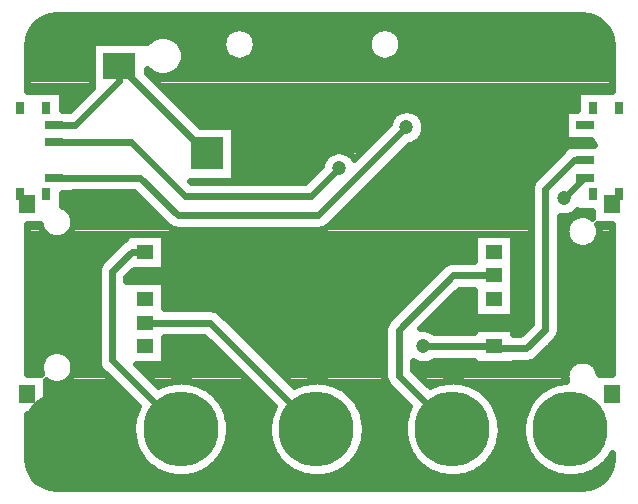
<source format=gbr>
G04 DipTrace 3.3.1.1*
G04 Bottom.gbr*
%MOIN*%
G04 #@! TF.FileFunction,Copper,L2,Bot*
G04 #@! TF.Part,Single*
G04 #@! TA.AperFunction,CopperBalancing*
%ADD14C,0.023622*%
G04 #@! TA.AperFunction,ComponentPad*
%ADD17C,0.25*%
%ADD21R,0.110236X0.110236*%
%ADD22R,0.110236X0.086614*%
%ADD27R,0.059055X0.027559*%
%ADD28R,0.031496X0.03937*%
%ADD29R,0.055118X0.059055*%
%ADD30R,0.055118X0.047244*%
G04 #@! TA.AperFunction,ViaPad*
%ADD33C,0.047244*%
%FSLAX26Y26*%
G04*
G70*
G90*
G75*
G01*
G04 Bottom*
%LPD*%
X1988189Y1141734D2*
D14*
X1853199D1*
X1672638Y961172D1*
Y807678D1*
X1850394Y629923D1*
X826772Y1220474D2*
X781938D1*
X716387Y1154923D1*
Y858417D1*
X944882Y629923D1*
X1988189Y905513D2*
X1754479D1*
X2293307Y1525592D2*
X2255807D1*
X2160138Y1429923D1*
Y961173D1*
X2097638Y898673D1*
X1995029D1*
X1988189Y905513D1*
X521654Y1584647D2*
X780413D1*
X960138Y1404923D1*
X1378887D1*
X1472638Y1498673D1*
X521654Y1466537D2*
X811024D1*
X935138Y1342423D1*
X1403888D1*
X1697638Y1636172D1*
X2293307Y1466537D2*
X2290501D1*
X2222638Y1398673D1*
X826772Y984253D2*
X1043307D1*
X1397638Y629923D1*
X1031575Y1547984D2*
X1031417D1*
X740079Y1839323D1*
Y1791114D1*
X591387Y1642423D1*
X522933D1*
X521654Y1643702D1*
D33*
X1754479Y905513D3*
X1472638Y1498673D3*
X1697638Y1636172D3*
X2222638Y1398673D3*
X471232Y1985959D2*
D14*
X2343717D1*
X449988Y1962469D2*
X1110306D1*
X1169215D2*
X1594563D1*
X1653472D2*
X2364996D1*
X439115Y1938978D2*
X855923D1*
X915550D2*
X1087518D1*
X1192001D2*
X1571776D1*
X1676259D2*
X2375833D1*
X434988Y1915487D2*
X646215D1*
X944831D2*
X1081383D1*
X1198138D2*
X1565640D1*
X1682395D2*
X2379996D1*
X433877Y1891996D2*
X646215D1*
X955776D2*
X1085581D1*
X1193940D2*
X1569839D1*
X1678197D2*
X2381108D1*
X433877Y1868505D2*
X646215D1*
X957677D2*
X1103811D1*
X1175710D2*
X1588067D1*
X1659967D2*
X2381108D1*
X433877Y1845014D2*
X646215D1*
X951290D2*
X2381108D1*
X433877Y1821524D2*
X646215D1*
X933312D2*
X2381108D1*
X433877Y1798033D2*
X646215D1*
X851891D2*
X2381108D1*
X433877Y1774542D2*
X646215D1*
X875360D2*
X2381108D1*
X550535Y1751051D2*
X629493D1*
X898864D2*
X2264412D1*
X550535Y1727560D2*
X606025D1*
X922367D2*
X2264412D1*
X550535Y1704070D2*
X582521D1*
X945836D2*
X2264412D1*
X969340Y1680579D2*
X1654920D1*
X1740348D2*
X2225047D1*
X992808Y1657088D2*
X1639024D1*
X1756244D2*
X2225047D1*
X1125436Y1633597D2*
X1624562D1*
X1759941D2*
X2225047D1*
X1125436Y1610106D2*
X1601058D1*
X1754055D2*
X2225047D1*
X1125436Y1586615D2*
X1577554D1*
X1733816D2*
X2313287D1*
X1125436Y1563125D2*
X1554085D1*
X1695097D2*
X2223218D1*
X1125436Y1539634D2*
X1426445D1*
X1671630D2*
X2199354D1*
X1125436Y1516143D2*
X1412881D1*
X1648125D2*
X2175850D1*
X1125436Y1492652D2*
X1396087D1*
X1624621D2*
X2152346D1*
X1125436Y1469161D2*
X1372619D1*
X1601154D2*
X2128878D1*
X1577648Y1445671D2*
X2112228D1*
X1554144Y1422180D2*
X2109572D1*
X550535Y1398689D2*
X808375D1*
X1530676D2*
X2109572D1*
X550535Y1375198D2*
X831844D1*
X1507172D2*
X2109572D1*
X580678Y1351707D2*
X855348D1*
X1483668D2*
X2109572D1*
X2262354D2*
X2315584D1*
X589434Y1328217D2*
X878816D1*
X1460199D2*
X2109572D1*
X2210681D2*
X2240693D1*
X433877Y1304726D2*
X475442D1*
X587533D2*
X902751D1*
X1436265D2*
X2109572D1*
X2210681D2*
X2227201D1*
X2339757D2*
X2381108D1*
X433877Y1281235D2*
X489474D1*
X573501D2*
X2109572D1*
X2210681D2*
X2225622D1*
X2341301D2*
X2381108D1*
X433877Y1257744D2*
X749024D1*
X893087D2*
X1921898D1*
X2054478D2*
X2109572D1*
X2210681D2*
X2234808D1*
X2332114D2*
X2381108D1*
X433877Y1234253D2*
X725197D1*
X893087D2*
X1921898D1*
X2054478D2*
X2109572D1*
X2210681D2*
X2270836D1*
X2296087D2*
X2381108D1*
X433877Y1210762D2*
X701728D1*
X893087D2*
X1921898D1*
X2054478D2*
X2109572D1*
X2210681D2*
X2381108D1*
X433877Y1187272D2*
X678295D1*
X893087D2*
X1835058D1*
X2054478D2*
X2109572D1*
X2210681D2*
X2381108D1*
X433877Y1163781D2*
X666669D1*
X893087D2*
X1804736D1*
X2054478D2*
X2109572D1*
X2210681D2*
X2381108D1*
X433877Y1140290D2*
X665844D1*
X772264D2*
X1781232D1*
X2054478D2*
X2109572D1*
X2210681D2*
X2381108D1*
X433877Y1116799D2*
X665844D1*
X893087D2*
X1757764D1*
X2054478D2*
X2109572D1*
X2210681D2*
X2381108D1*
X433877Y1093308D2*
X665844D1*
X893087D2*
X1734260D1*
X1875272D2*
X1921898D1*
X2054478D2*
X2109572D1*
X2210681D2*
X2381108D1*
X433877Y1069818D2*
X665844D1*
X893087D2*
X1710756D1*
X1851804D2*
X1921898D1*
X2054478D2*
X2109572D1*
X2210681D2*
X2381108D1*
X433877Y1046327D2*
X665844D1*
X893087D2*
X1687287D1*
X1828299D2*
X1921898D1*
X2054478D2*
X2109572D1*
X2210681D2*
X2381108D1*
X433877Y1022836D2*
X665844D1*
X1074552D2*
X1663783D1*
X1804795D2*
X1921898D1*
X2054478D2*
X2109572D1*
X2210681D2*
X2381108D1*
X433877Y999345D2*
X665844D1*
X1098739D2*
X1640315D1*
X1781327D2*
X2109572D1*
X2210681D2*
X2381108D1*
X433877Y975854D2*
X665844D1*
X1122206D2*
X1624382D1*
X1757823D2*
X2104298D1*
X2210681D2*
X2381108D1*
X433877Y952364D2*
X665844D1*
X1145711D2*
X1622085D1*
X2054478D2*
X2080829D1*
X2209892D2*
X2381108D1*
X433877Y928873D2*
X665844D1*
X893087D2*
X1028167D1*
X1169215D2*
X1622085D1*
X2198266D2*
X2381108D1*
X433877Y905382D2*
X665844D1*
X893087D2*
X1051671D1*
X1192684D2*
X1622085D1*
X2174869D2*
X2381108D1*
X433877Y881891D2*
X496076D1*
X566934D2*
X665844D1*
X893087D2*
X1075175D1*
X1216188D2*
X1622085D1*
X2151365D2*
X2381108D1*
X433877Y858400D2*
X477488D1*
X585522D2*
X665844D1*
X893087D2*
X1098643D1*
X1239656D2*
X1622085D1*
X2126462D2*
X2263659D1*
X2303262D2*
X2381108D1*
X433877Y834909D2*
X473110D1*
X589900D2*
X671944D1*
X810409D2*
X1122147D1*
X1263160D2*
X1622085D1*
X1723196D2*
X2233623D1*
X2333333D2*
X2381108D1*
X583944Y811419D2*
X692865D1*
X833913D2*
X1145615D1*
X1286664D2*
X1622085D1*
X1739415D2*
X2225407D1*
X561660Y787928D2*
X716369D1*
X857382D2*
X909713D1*
X980070D2*
X1169119D1*
X1310133D2*
X1362463D1*
X1432820D2*
X1626320D1*
X1762883D2*
X1815214D1*
X1885571D2*
X2208900D1*
X499365Y764437D2*
X739873D1*
X1036408D2*
X1192623D1*
X1489159D2*
X1645374D1*
X1941909D2*
X2152562D1*
X499365Y740946D2*
X763341D1*
X1064361D2*
X1216092D1*
X1517112D2*
X1668843D1*
X1969864D2*
X2124608D1*
X499365Y717455D2*
X786845D1*
X1082806D2*
X1239596D1*
X1535592D2*
X1692346D1*
X1988344D2*
X2106163D1*
X499365Y693965D2*
X794381D1*
X1095365D2*
X1247131D1*
X1548115D2*
X1699919D1*
X2000867D2*
X2093604D1*
X433877Y670474D2*
X786307D1*
X1103440D2*
X1239058D1*
X1556190D2*
X1691845D1*
X2008941D2*
X2085530D1*
X433877Y646983D2*
X782037D1*
X1107710D2*
X1234787D1*
X1560461D2*
X1687575D1*
X2013247D2*
X2081260D1*
X433877Y623492D2*
X781283D1*
X1108499D2*
X1234034D1*
X1561249D2*
X1686785D1*
X2014000D2*
X2080470D1*
X433877Y600001D2*
X783938D1*
X1105807D2*
X1236689D1*
X1558594D2*
X1689441D1*
X2011345D2*
X2083161D1*
X433877Y576510D2*
X790255D1*
X1099528D2*
X1243005D1*
X1552278D2*
X1695756D1*
X2005029D2*
X2089441D1*
X433877Y553020D2*
X800661D1*
X1089122D2*
X1253412D1*
X1541873D2*
X1706163D1*
X1994623D2*
X2099848D1*
X434450Y529529D2*
X816163D1*
X1073584D2*
X1268913D1*
X1526335D2*
X1721701D1*
X1979121D2*
X2115386D1*
X437537Y506038D2*
X839093D1*
X1050654D2*
X1291844D1*
X1503404D2*
X1744630D1*
X1956192D2*
X2138315D1*
X2349877D2*
X2377412D1*
X447189Y482547D2*
X876772D1*
X1013010D2*
X1329522D1*
X1465762D2*
X1782273D1*
X1918513D2*
X2175993D1*
X2312198D2*
X2367795D1*
X465921Y459056D2*
X2349028D1*
X507223Y435566D2*
X2307724D1*
X1105999Y620741D2*
X1105215Y611589D1*
X1103912Y602497D1*
X1102094Y593493D1*
X1099768Y584609D1*
X1096938Y575870D1*
X1093617Y567306D1*
X1089814Y558946D1*
X1085541Y550815D1*
X1080812Y542941D1*
X1075643Y535348D1*
X1070050Y528062D1*
X1064052Y521105D1*
X1057668Y514501D1*
X1050919Y508272D1*
X1043825Y502436D1*
X1036412Y497013D1*
X1028702Y492021D1*
X1020720Y487475D1*
X1012493Y483391D1*
X1004047Y479782D1*
X995409Y476659D1*
X986608Y474033D1*
X977672Y471911D1*
X968629Y470302D1*
X959509Y469209D1*
X950341Y468636D1*
X941156Y468588D1*
X931983Y469060D1*
X922852Y470055D1*
X913793Y471568D1*
X904833Y473593D1*
X896004Y476125D1*
X887333Y479155D1*
X878849Y482673D1*
X870577Y486668D1*
X862549Y491127D1*
X854785Y496037D1*
X847314Y501379D1*
X840159Y507139D1*
X833343Y513295D1*
X826887Y519831D1*
X820815Y526722D1*
X815144Y533948D1*
X809895Y541484D1*
X805081Y549308D1*
X800722Y557392D1*
X796828Y565711D1*
X793415Y574239D1*
X790492Y582946D1*
X788070Y591806D1*
X786155Y600790D1*
X784755Y609867D1*
X783873Y619010D1*
X783513Y628188D1*
X783676Y637371D1*
X784361Y646531D1*
X785566Y655636D1*
X787287Y664660D1*
X789518Y673570D1*
X792253Y682339D1*
X795483Y690937D1*
X801959Y704735D1*
X682312Y824343D1*
X677402Y830092D1*
X673450Y836539D1*
X670556Y843526D1*
X668791Y850879D1*
X668198Y858432D1*
X668346Y1158703D1*
X669530Y1166172D1*
X671866Y1173364D1*
X675299Y1180101D1*
X679744Y1186219D1*
X701799Y1208484D1*
X750642Y1257117D1*
X756760Y1261562D1*
X760075Y1263417D1*
X762835Y1270710D1*
Y1280474D1*
X890709D1*
Y1160474D1*
X790030Y1160416D1*
X764580Y1134966D1*
X764576Y1123021D1*
X890709Y1122993D1*
Y1032448D1*
X1047088Y1032294D1*
X1054556Y1031110D1*
X1061748Y1028774D1*
X1068486Y1025341D1*
X1074604Y1020896D1*
X1096869Y998841D1*
X1322824Y772886D1*
X1336862Y779419D1*
X1345466Y782634D1*
X1354239Y785356D1*
X1363152Y787572D1*
X1372177Y789280D1*
X1381285Y790470D1*
X1390445Y791140D1*
X1399629Y791289D1*
X1408807Y790913D1*
X1417948Y790017D1*
X1427024Y788602D1*
X1436004Y786673D1*
X1444860Y784238D1*
X1453563Y781301D1*
X1462085Y777874D1*
X1470398Y773967D1*
X1478475Y769594D1*
X1486290Y764769D1*
X1493819Y759507D1*
X1501035Y753824D1*
X1507917Y747741D1*
X1514442Y741276D1*
X1520588Y734450D1*
X1526336Y727286D1*
X1531667Y719806D1*
X1536563Y712035D1*
X1541010Y703999D1*
X1544992Y695722D1*
X1548497Y687231D1*
X1551513Y678555D1*
X1554031Y669722D1*
X1556042Y660760D1*
X1557539Y651698D1*
X1558520Y642564D1*
X1559016Y629923D1*
X1558755Y620741D1*
X1557971Y611589D1*
X1556668Y602497D1*
X1554850Y593493D1*
X1552524Y584609D1*
X1549694Y575870D1*
X1546373Y567306D1*
X1542570Y558946D1*
X1538297Y550815D1*
X1533568Y542941D1*
X1528399Y535348D1*
X1522806Y528062D1*
X1516808Y521105D1*
X1510424Y514501D1*
X1503675Y508272D1*
X1496581Y502436D1*
X1489168Y497013D1*
X1481458Y492021D1*
X1473476Y487475D1*
X1465249Y483391D1*
X1456803Y479782D1*
X1448165Y476659D1*
X1439364Y474033D1*
X1430428Y471911D1*
X1421385Y470302D1*
X1412265Y469209D1*
X1403097Y468636D1*
X1393912Y468588D1*
X1384739Y469060D1*
X1375608Y470055D1*
X1366549Y471568D1*
X1357589Y473593D1*
X1348760Y476125D1*
X1340089Y479155D1*
X1331605Y482673D1*
X1323333Y486668D1*
X1315304Y491127D1*
X1307541Y496037D1*
X1300070Y501379D1*
X1292915Y507139D1*
X1286098Y513295D1*
X1279643Y519831D1*
X1273571Y526722D1*
X1267900Y533948D1*
X1262651Y541484D1*
X1257837Y549308D1*
X1253478Y557392D1*
X1249584Y565711D1*
X1246171Y574239D1*
X1243248Y582946D1*
X1240825Y591806D1*
X1238911Y600790D1*
X1237510Y609867D1*
X1236629Y619010D1*
X1236269Y628188D1*
X1236432Y637371D1*
X1237117Y646531D1*
X1238322Y655636D1*
X1240043Y664660D1*
X1242274Y673570D1*
X1245009Y682339D1*
X1248239Y690937D1*
X1254715Y704735D1*
X1023324Y936087D1*
X890692Y936064D1*
X890709Y845513D1*
X797446D1*
X870050Y772904D1*
X884106Y779419D1*
X892710Y782634D1*
X901483Y785356D1*
X910396Y787572D1*
X919421Y789280D1*
X928529Y790470D1*
X937689Y791140D1*
X946873Y791289D1*
X956051Y790913D1*
X965192Y790017D1*
X974268Y788602D1*
X983248Y786673D1*
X992104Y784238D1*
X1000807Y781301D1*
X1009329Y777874D1*
X1017642Y773967D1*
X1025719Y769594D1*
X1033534Y764769D1*
X1041063Y759507D1*
X1048280Y753824D1*
X1055161Y747741D1*
X1061686Y741276D1*
X1067832Y734450D1*
X1073580Y727286D1*
X1078911Y719806D1*
X1083807Y712035D1*
X1088255Y703999D1*
X1092236Y695722D1*
X1095741Y687231D1*
X1098757Y678555D1*
X1101276Y669722D1*
X1103286Y660760D1*
X1104783Y651698D1*
X1105764Y642564D1*
X1106260Y629923D1*
X1105999Y620741D1*
X2011510D2*
X2010727Y611589D1*
X2009424Y602497D1*
X2007606Y593493D1*
X2005280Y584609D1*
X2002450Y575870D1*
X1999129Y567306D1*
X1995325Y558946D1*
X1991052Y550815D1*
X1986324Y542941D1*
X1981155Y535348D1*
X1975562Y528062D1*
X1969564Y521105D1*
X1963180Y514501D1*
X1956430Y508272D1*
X1949337Y502436D1*
X1941924Y497013D1*
X1934214Y492021D1*
X1926232Y487475D1*
X1918005Y483391D1*
X1909559Y479782D1*
X1900921Y476659D1*
X1892119Y474033D1*
X1883184Y471911D1*
X1874140Y470302D1*
X1865021Y469209D1*
X1855853Y468636D1*
X1846668Y468588D1*
X1837495Y469060D1*
X1828364Y470055D1*
X1819304Y471568D1*
X1810345Y473593D1*
X1801516Y476125D1*
X1792845Y479155D1*
X1784361Y482673D1*
X1776089Y486668D1*
X1768060Y491127D1*
X1760297Y496037D1*
X1752825Y501379D1*
X1745671Y507139D1*
X1738854Y513295D1*
X1732399Y519831D1*
X1726327Y526722D1*
X1720656Y533948D1*
X1715407Y541484D1*
X1710593Y549308D1*
X1706234Y557392D1*
X1702340Y565711D1*
X1698927Y574239D1*
X1696004Y582946D1*
X1693581Y591806D1*
X1691667Y600790D1*
X1690266Y609867D1*
X1689385Y619010D1*
X1689025Y628188D1*
X1689188Y637371D1*
X1689873Y646531D1*
X1691077Y655636D1*
X1692799Y664660D1*
X1695030Y673570D1*
X1697765Y682339D1*
X1700995Y690937D1*
X1707471Y704735D1*
X1635995Y776382D1*
X1631550Y782500D1*
X1628117Y789238D1*
X1625781Y796429D1*
X1624597Y803898D1*
X1624449Y835238D1*
X1624597Y964953D1*
X1625781Y972421D1*
X1628117Y979613D1*
X1631550Y986350D1*
X1635995Y992469D1*
X1658050Y1014734D1*
X1821903Y1178377D1*
X1828021Y1182822D1*
X1834759Y1186255D1*
X1841950Y1188591D1*
X1849419Y1189774D1*
X1880759Y1189923D1*
X1924286D1*
X1924252Y1280474D1*
X2052126D1*
Y1002993D1*
X1924252D1*
Y1093529D1*
X1873180Y1093545D1*
X1744241Y964626D1*
X1749772Y965328D1*
X1759186D1*
X1768486Y963856D1*
X1777440Y960946D1*
X1785829Y956672D1*
X1790194Y953701D1*
X1924247Y953702D1*
X1924252Y965513D1*
X2052126D1*
Y946890D1*
X2077671Y946862D1*
X2111951Y981136D1*
X2112097Y1433703D1*
X2113280Y1441172D1*
X2115617Y1448364D1*
X2119050Y1455101D1*
X2123495Y1461219D1*
X2145550Y1483484D1*
X2224522Y1562244D1*
X2227402Y1567298D1*
Y1575749D1*
X2323954Y1575924D1*
X2318441Y1582378D1*
X2314007Y1589617D1*
X2312199Y1593551D1*
X2227402Y1593545D1*
Y1693860D1*
X2266766D1*
X2266772Y1754883D1*
X2383465Y1754984D1*
Y1906957D1*
X2379741Y1935248D1*
X2369783Y1959289D1*
X2353944Y1979930D1*
X2333299Y1995772D1*
X2309260Y2005727D1*
X2280997Y2009448D1*
X533976Y2009450D1*
X505698Y2005727D1*
X481657Y1995769D1*
X461014Y1979928D1*
X445176Y1959285D1*
X435218Y1935244D1*
X431499Y1906982D1*
X431497Y1754915D1*
X548189Y1754883D1*
Y1693844D1*
X574705Y1693860D1*
X648583Y1767768D1*
Y1919008D1*
X831575Y1918828D1*
X836362Y1924142D1*
X844696Y1931260D1*
X854041Y1936986D1*
X864165Y1941180D1*
X874823Y1943739D1*
X885748Y1944598D1*
X896673Y1943739D1*
X907331Y1941180D1*
X917455Y1936986D1*
X926801Y1931260D1*
X935134Y1924142D1*
X942252Y1915808D1*
X947978Y1906463D1*
X952172Y1896339D1*
X954731Y1885681D1*
X955591Y1874756D1*
X954731Y1863831D1*
X952172Y1853173D1*
X947978Y1843049D1*
X942252Y1833703D1*
X935134Y1825370D1*
X926801Y1818252D1*
X917455Y1812526D1*
X907331Y1808332D1*
X896673Y1805773D1*
X885748Y1804913D1*
X874823Y1805773D1*
X864165Y1808332D1*
X854041Y1812526D1*
X844696Y1818252D1*
X836362Y1825370D1*
X831566Y1830760D1*
X831575Y1815984D1*
X1008076Y1639475D1*
X1123071Y1639480D1*
Y1456488D1*
X976882Y1456328D1*
X980104Y1453106D1*
X1358919Y1453112D1*
X1413297Y1507482D1*
X1414295Y1512680D1*
X1417205Y1521634D1*
X1421479Y1530024D1*
X1427013Y1537640D1*
X1433671Y1544298D1*
X1441287Y1549832D1*
X1449677Y1554106D1*
X1458631Y1557016D1*
X1467930Y1558488D1*
X1477345D1*
X1486644Y1557016D1*
X1495598Y1554106D1*
X1503988Y1549832D1*
X1511605Y1544298D1*
X1518262Y1537640D1*
X1523622Y1530283D1*
X1638295Y1644979D1*
X1639295Y1650178D1*
X1642205Y1659133D1*
X1646479Y1667522D1*
X1652013Y1675139D1*
X1658671Y1681797D1*
X1666287Y1687331D1*
X1674677Y1691605D1*
X1683631Y1694514D1*
X1692930Y1695987D1*
X1702345D1*
X1711644Y1694514D1*
X1720598Y1691605D1*
X1728988Y1687331D1*
X1736605Y1681797D1*
X1743262Y1675139D1*
X1748797Y1667522D1*
X1753071Y1659133D1*
X1755980Y1650178D1*
X1757453Y1640879D1*
Y1631465D1*
X1755980Y1622165D1*
X1753071Y1613211D1*
X1748797Y1604822D1*
X1743262Y1597205D1*
X1736605Y1590547D1*
X1728988Y1585013D1*
X1720598Y1580739D1*
X1711644Y1577829D1*
X1706457Y1576844D1*
X1435185Y1305780D1*
X1429067Y1301335D1*
X1422329Y1297902D1*
X1415138Y1295564D1*
X1407669Y1294382D1*
X1376329Y1294234D1*
X931357Y1294382D1*
X923888Y1295564D1*
X916697Y1297902D1*
X909959Y1301335D1*
X903841Y1305780D1*
X881576Y1327835D1*
X791067Y1418344D1*
X587572Y1418348D1*
X587559Y1416379D1*
X548194D1*
X548189Y1374362D1*
X552950Y1372663D1*
X560789Y1368669D1*
X567906Y1363499D1*
X574127Y1357277D1*
X579298Y1350160D1*
X583291Y1342322D1*
X586010Y1333955D1*
X587386Y1325266D1*
Y1316469D1*
X586010Y1307780D1*
X583291Y1299413D1*
X579298Y1291575D1*
X574127Y1284458D1*
X567906Y1278236D1*
X560789Y1273066D1*
X552950Y1269072D1*
X544584Y1266353D1*
X535895Y1264978D1*
X527097D1*
X518408Y1266353D1*
X510042Y1269072D1*
X502203Y1273066D1*
X495087Y1278236D1*
X488865Y1284458D1*
X483694Y1291575D1*
X479701Y1299413D1*
X476982Y1307780D1*
X475895Y1314026D1*
X431520Y1314017D1*
X431496Y811950D1*
X481129Y811970D1*
X478177Y819291D1*
X476123Y827845D1*
X475433Y836615D1*
X476123Y845386D1*
X478177Y853940D1*
X481543Y862067D1*
X486140Y869568D1*
X491853Y876259D1*
X498543Y881971D1*
X506045Y886568D1*
X514172Y889934D1*
X522726Y891988D1*
X531496Y892678D1*
X540266Y891988D1*
X548820Y889934D1*
X556948Y886568D1*
X564449Y881971D1*
X571139Y876259D1*
X576852Y869568D1*
X581449Y862067D1*
X584815Y853940D1*
X586869Y845386D1*
X587559Y836615D1*
X586869Y827845D1*
X584815Y819291D1*
X581449Y811164D1*
X576852Y803663D1*
X571139Y796972D1*
X564449Y791260D1*
X556948Y786663D1*
X548820Y783297D1*
X540266Y781243D1*
X531496Y780552D1*
X522726Y781243D1*
X514172Y783297D1*
X506045Y786663D1*
X498543Y791260D1*
X497017Y792462D1*
X497008Y680159D1*
X431520D1*
X431496Y533991D1*
X435219Y505699D1*
X445177Y481659D1*
X461018Y461016D1*
X481663Y445176D1*
X505702Y435218D1*
X533963Y431499D1*
X2280984Y431497D1*
X2309262Y435220D1*
X2333303Y445178D1*
X2353946Y461020D1*
X2369786Y481663D1*
X2379743Y505702D1*
X2383465Y533965D1*
X2383466Y548594D1*
X2374856Y535348D1*
X2369262Y528062D1*
X2363265Y521105D1*
X2356881Y514501D1*
X2350131Y508272D1*
X2343038Y502436D1*
X2335625Y497013D1*
X2327915Y492021D1*
X2319933Y487475D1*
X2311706Y483391D1*
X2303260Y479782D1*
X2294622Y476659D1*
X2285820Y474033D1*
X2276885Y471911D1*
X2267841Y470302D1*
X2258722Y469209D1*
X2249554Y468636D1*
X2240369Y468588D1*
X2231196Y469060D1*
X2222064Y470055D1*
X2213005Y471568D1*
X2204046Y473593D1*
X2195217Y476125D1*
X2186546Y479155D1*
X2178062Y482673D1*
X2169790Y486668D1*
X2161761Y491127D1*
X2153997Y496037D1*
X2146526Y501379D1*
X2139371Y507139D1*
X2132555Y513295D1*
X2126100Y519831D1*
X2120028Y526722D1*
X2114357Y533948D1*
X2109108Y541484D1*
X2104294Y549308D1*
X2099934Y557392D1*
X2096041Y565711D1*
X2092627Y574239D1*
X2089705Y582946D1*
X2087282Y591806D1*
X2085367Y600790D1*
X2083967Y609867D1*
X2083085Y619010D1*
X2082726Y628188D1*
X2082888Y637371D1*
X2083573Y646531D1*
X2084778Y655636D1*
X2086500Y664660D1*
X2088731Y673570D1*
X2091466Y682339D1*
X2094696Y690937D1*
X2098408Y699337D1*
X2102594Y707514D1*
X2107238Y715438D1*
X2112324Y723087D1*
X2117839Y730433D1*
X2123761Y737453D1*
X2130073Y744125D1*
X2136756Y750427D1*
X2143786Y756339D1*
X2151140Y761841D1*
X2158797Y766916D1*
X2166728Y771547D1*
X2174912Y775719D1*
X2183319Y779419D1*
X2191923Y782634D1*
X2200696Y785356D1*
X2209609Y787572D1*
X2218634Y789280D1*
X2229352Y790588D1*
X2228092Y796349D1*
X2227402Y805119D1*
X2228092Y813890D1*
X2230146Y822444D1*
X2233512Y830571D1*
X2238109Y838072D1*
X2243822Y844762D1*
X2250512Y850475D1*
X2258013Y855072D1*
X2266140Y858438D1*
X2274694Y860492D1*
X2283465Y861182D1*
X2292235Y860492D1*
X2300789Y858438D1*
X2308916Y855072D1*
X2316417Y850475D1*
X2323108Y844762D1*
X2328820Y838072D1*
X2333417Y830571D1*
X2336783Y822444D1*
X2338837Y813890D1*
X2339066Y811961D1*
X2383442Y811970D1*
X2383465Y1314004D1*
X2333832Y1314017D1*
X2336783Y1306696D1*
X2338837Y1298142D1*
X2339528Y1289371D1*
X2338837Y1280601D1*
X2336783Y1272047D1*
X2333417Y1263920D1*
X2328820Y1256419D1*
X2323108Y1249728D1*
X2316417Y1244016D1*
X2308916Y1239419D1*
X2300789Y1236052D1*
X2292235Y1233999D1*
X2283465Y1233308D1*
X2274694Y1233999D1*
X2266140Y1236052D1*
X2258013Y1239419D1*
X2250512Y1244016D1*
X2243822Y1249728D1*
X2238109Y1256419D1*
X2233512Y1263920D1*
X2230146Y1272047D1*
X2228092Y1280601D1*
X2227402Y1289371D1*
X2228092Y1298142D1*
X2230146Y1306696D1*
X2233512Y1314823D1*
X2238109Y1322324D1*
X2243822Y1329014D1*
X2250512Y1334727D1*
X2258013Y1339324D1*
X2266140Y1342690D1*
X2274694Y1344744D1*
X2283465Y1345434D1*
X2292235Y1344744D1*
X2300789Y1342690D1*
X2308916Y1339324D1*
X2316417Y1334727D1*
X2317944Y1333525D1*
X2317953Y1355391D1*
X2266772Y1355356D1*
Y1358047D1*
X2261605Y1353049D1*
X2253988Y1347514D1*
X2245598Y1343240D1*
X2236644Y1340331D1*
X2227345Y1338858D1*
X2217930D1*
X2208329Y1340416D1*
X2208178Y957392D1*
X2206996Y949924D1*
X2204659Y942732D1*
X2201226Y935995D1*
X2196781Y929877D1*
X2174726Y907612D1*
X2128934Y862030D1*
X2122816Y857585D1*
X2116079Y854152D1*
X2108887Y851815D1*
X2101419Y850633D1*
X2070079Y850484D1*
X2052101D1*
X2052126Y845513D1*
X1924252D1*
Y857319D1*
X1790217Y857324D1*
X1785829Y854354D1*
X1777440Y850080D1*
X1768486Y847171D1*
X1759186Y845698D1*
X1749772D1*
X1740472Y847171D1*
X1731518Y850080D1*
X1723129Y854354D1*
X1720819Y855899D1*
X1720827Y827647D1*
X1775552Y772913D1*
X1789618Y779419D1*
X1798222Y782634D1*
X1806995Y785356D1*
X1815908Y787572D1*
X1824933Y789280D1*
X1834041Y790470D1*
X1843201Y791140D1*
X1852385Y791289D1*
X1861563Y790913D1*
X1870703Y790017D1*
X1879780Y788602D1*
X1888760Y786673D1*
X1897615Y784238D1*
X1906319Y781301D1*
X1914841Y777874D1*
X1923154Y773967D1*
X1931231Y769594D1*
X1939046Y764769D1*
X1946575Y759507D1*
X1953791Y753824D1*
X1960673Y747741D1*
X1967198Y741276D1*
X1973344Y734450D1*
X1979092Y727286D1*
X1984423Y719806D1*
X1989319Y712035D1*
X1993766Y703999D1*
X1997748Y695722D1*
X2001253Y687231D1*
X2004269Y678555D1*
X2006787Y669722D1*
X2008798Y660760D1*
X2010295Y651698D1*
X2011276Y642564D1*
X2011772Y629923D1*
X2011510Y620741D1*
X1195654Y1908988D2*
X1194278Y1900299D1*
X1191559Y1891933D1*
X1187566Y1884094D1*
X1182395Y1876978D1*
X1176173Y1870756D1*
X1169056Y1865585D1*
X1161218Y1861592D1*
X1152852Y1858873D1*
X1144163Y1857497D1*
X1135365D1*
X1126676Y1858873D1*
X1118310Y1861592D1*
X1110471Y1865585D1*
X1103354Y1870756D1*
X1097133Y1876978D1*
X1091962Y1884094D1*
X1087969Y1891933D1*
X1085249Y1900299D1*
X1083874Y1908988D1*
Y1917786D1*
X1085249Y1926475D1*
X1087969Y1934841D1*
X1091962Y1942680D1*
X1097133Y1949797D1*
X1103354Y1956018D1*
X1110471Y1961189D1*
X1118310Y1965182D1*
X1126676Y1967902D1*
X1135365Y1969277D1*
X1144163D1*
X1152852Y1967902D1*
X1161218Y1965182D1*
X1169056Y1961189D1*
X1176173Y1956018D1*
X1182395Y1949797D1*
X1187566Y1942680D1*
X1191559Y1934841D1*
X1194278Y1926475D1*
X1195654Y1917786D1*
Y1908988D1*
X1679906D2*
X1678530Y1900299D1*
X1675811Y1891933D1*
X1671818Y1884094D1*
X1666647Y1876978D1*
X1660425Y1870756D1*
X1653308Y1865585D1*
X1645470Y1861592D1*
X1637104Y1858873D1*
X1628415Y1857497D1*
X1619617D1*
X1610928Y1858873D1*
X1602562Y1861592D1*
X1594723Y1865585D1*
X1587606Y1870756D1*
X1581385Y1876978D1*
X1576214Y1884094D1*
X1572220Y1891933D1*
X1569501Y1900299D1*
X1568126Y1908988D1*
Y1917786D1*
X1569501Y1926475D1*
X1572220Y1934841D1*
X1576214Y1942680D1*
X1581385Y1949797D1*
X1587606Y1956018D1*
X1594723Y1961189D1*
X1602562Y1965182D1*
X1610928Y1967902D1*
X1619617Y1969277D1*
X1628415D1*
X1637104Y1967902D1*
X1645470Y1965182D1*
X1653308Y1961189D1*
X1660425Y1956018D1*
X1666647Y1949797D1*
X1671818Y1942680D1*
X1675811Y1934841D1*
X1678530Y1926475D1*
X1679906Y1917786D1*
Y1908988D1*
D17*
X551181Y629923D3*
X944882D3*
X1397638D3*
X1850394D3*
X2244094D3*
D21*
X1031575Y1547984D3*
D22*
X740079Y1839323D3*
X1031417Y1918063D3*
D27*
X2293307Y1643702D3*
Y1525592D3*
Y1466537D3*
D28*
X2318898Y1698820D3*
X2405512D3*
X2318898Y1411419D3*
X2405512D3*
D27*
X521654Y1466537D3*
Y1584647D3*
Y1643702D3*
D28*
X496063Y1411419D3*
X409449D3*
X496063Y1698820D3*
X409449D3*
D29*
X2381890Y1379923D3*
Y746064D3*
D30*
X1988189Y1062993D3*
Y1141734D3*
Y984253D3*
Y905513D3*
Y1220474D3*
D29*
X433071Y746064D3*
Y1379923D3*
D30*
X826772Y1062993D3*
Y984253D3*
Y1141734D3*
Y1220474D3*
Y905513D3*
M02*

</source>
